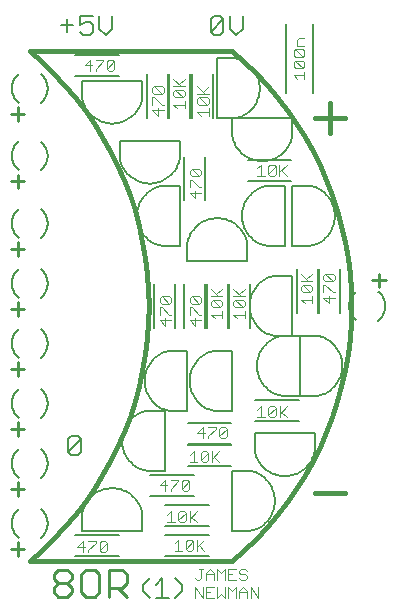
<source format=gto>
G75*
G70*
%OFA0B0*%
%FSLAX24Y24*%
%IPPOS*%
%LPD*%
%AMOC8*
5,1,8,0,0,1.08239X$1,22.5*
%
%ADD10C,0.0100*%
%ADD11C,0.0160*%
%ADD12C,0.0060*%
%ADD13C,0.0040*%
%ADD14C,0.0030*%
%ADD15C,0.0050*%
D10*
X001975Y002250D02*
X002425Y002250D01*
X002200Y002475D02*
X002200Y002025D01*
X003400Y001401D02*
X003400Y001251D01*
X003550Y001100D01*
X003850Y001100D01*
X004001Y000950D01*
X004001Y000800D01*
X003850Y000650D01*
X003550Y000650D01*
X003400Y000800D01*
X003400Y000950D01*
X003550Y001100D01*
X003400Y001401D02*
X003550Y001551D01*
X003850Y001551D01*
X004001Y001401D01*
X004001Y001251D01*
X003850Y001100D01*
X004321Y000800D02*
X004471Y000650D01*
X004771Y000650D01*
X004921Y000800D01*
X004921Y001401D01*
X004771Y001551D01*
X004471Y001551D01*
X004321Y001401D01*
X004321Y000800D01*
X005242Y000650D02*
X005242Y001551D01*
X005692Y001551D01*
X005842Y001401D01*
X005842Y001100D01*
X005692Y000950D01*
X005242Y000950D01*
X005542Y000950D02*
X005842Y000650D01*
X002425Y004250D02*
X001975Y004250D01*
X002200Y004475D02*
X002200Y004025D01*
X002200Y006025D02*
X002200Y006475D01*
X002425Y006250D02*
X001975Y006250D01*
X002200Y008025D02*
X002200Y008475D01*
X002425Y008250D02*
X001975Y008250D01*
X002200Y010025D02*
X002200Y010475D01*
X002425Y010250D02*
X001975Y010250D01*
X002200Y012025D02*
X002200Y012475D01*
X002425Y012250D02*
X001975Y012250D01*
X002200Y014275D02*
X002200Y014725D01*
X002425Y014500D02*
X001975Y014500D01*
X002200Y016525D02*
X002200Y016975D01*
X002425Y016750D02*
X001975Y016750D01*
X014025Y011200D02*
X014475Y011200D01*
X014250Y010975D02*
X014250Y011425D01*
D11*
X012600Y016100D02*
X012600Y017100D01*
X012100Y016600D02*
X013100Y016600D01*
X009350Y018850D02*
X002600Y018850D01*
X009350Y018850D02*
X009754Y018494D01*
X010140Y018120D01*
X010507Y017727D01*
X010855Y017316D01*
X011182Y016889D01*
X011489Y016447D01*
X011773Y015991D01*
X012035Y015521D01*
X012274Y015039D01*
X012490Y014547D01*
X012681Y014044D01*
X012848Y013532D01*
X012990Y013013D01*
X013106Y012488D01*
X013197Y011958D01*
X013262Y011424D01*
X013301Y010888D01*
X013314Y010350D01*
X013301Y009812D01*
X013262Y009276D01*
X013197Y008742D01*
X013106Y008212D01*
X012990Y007687D01*
X012848Y007168D01*
X012681Y006656D01*
X012490Y006153D01*
X012274Y005661D01*
X012035Y005179D01*
X011773Y004709D01*
X011489Y004253D01*
X011182Y003811D01*
X010855Y003384D01*
X010507Y002973D01*
X010140Y002580D01*
X009754Y002206D01*
X009350Y001850D01*
X002600Y001850D01*
X003004Y002206D01*
X003390Y002580D01*
X003757Y002973D01*
X004105Y003384D01*
X004432Y003811D01*
X004739Y004253D01*
X005023Y004709D01*
X005285Y005179D01*
X005524Y005661D01*
X005740Y006153D01*
X005931Y006656D01*
X006098Y007168D01*
X006240Y007687D01*
X006356Y008212D01*
X006447Y008742D01*
X006512Y009276D01*
X006551Y009812D01*
X006564Y010350D01*
X006551Y010888D01*
X006512Y011424D01*
X006447Y011958D01*
X006356Y012488D01*
X006240Y013013D01*
X006098Y013532D01*
X005931Y014044D01*
X005740Y014547D01*
X005524Y015039D01*
X005285Y015521D01*
X005023Y015991D01*
X004739Y016447D01*
X004432Y016889D01*
X004105Y017316D01*
X003757Y017727D01*
X003390Y018120D01*
X003004Y018494D01*
X002600Y018850D01*
X012100Y004100D02*
X013100Y004100D01*
D12*
X011575Y006500D02*
X010125Y006500D01*
X010125Y007200D02*
X011575Y007200D01*
X009950Y009625D02*
X009950Y011075D01*
X009250Y011075D02*
X009250Y009625D01*
X009200Y009625D02*
X009200Y011075D01*
X008500Y011075D02*
X008500Y009625D01*
X008450Y009625D02*
X008450Y011075D01*
X007750Y011075D02*
X007750Y009625D01*
X007450Y009625D02*
X007450Y011075D01*
X006750Y011075D02*
X006750Y009625D01*
X007875Y006450D02*
X009325Y006450D01*
X009325Y005750D02*
X007875Y005750D01*
X007875Y005700D02*
X009325Y005700D01*
X009325Y005000D02*
X007875Y005000D01*
X008075Y004700D02*
X006625Y004700D01*
X006625Y004000D02*
X008075Y004000D01*
X008575Y003700D02*
X007125Y003700D01*
X007125Y003000D02*
X008575Y003000D01*
X008575Y002700D02*
X007125Y002700D01*
X007125Y002000D02*
X008575Y002000D01*
X007668Y001057D02*
X007668Y000844D01*
X007454Y000630D01*
X007237Y000630D02*
X006810Y000630D01*
X006594Y000630D02*
X006380Y000844D01*
X006380Y001057D01*
X006594Y001271D01*
X006810Y001057D02*
X007023Y001271D01*
X007023Y000630D01*
X007454Y001271D02*
X007668Y001057D01*
X005575Y002000D02*
X004125Y002000D01*
X004125Y002700D02*
X005575Y002700D01*
X004200Y005380D02*
X003987Y005380D01*
X003880Y005487D01*
X004307Y005914D01*
X004307Y005487D01*
X004200Y005380D01*
X003880Y005487D02*
X003880Y005914D01*
X003987Y006021D01*
X004200Y006021D01*
X004307Y005914D01*
X003200Y005100D02*
X003198Y005055D01*
X003193Y005009D01*
X003185Y004965D01*
X003173Y004921D01*
X003157Y004878D01*
X003139Y004836D01*
X003117Y004796D01*
X003093Y004758D01*
X003066Y004722D01*
X003036Y004687D01*
X003003Y004656D01*
X002968Y004626D01*
X002000Y005100D02*
X002002Y005147D01*
X002008Y005195D01*
X002017Y005241D01*
X002030Y005287D01*
X002046Y005331D01*
X002067Y005375D01*
X002090Y005416D01*
X002116Y005455D01*
X002146Y005492D01*
X002179Y005527D01*
X002214Y005559D01*
X002251Y005588D01*
X002000Y005100D02*
X002002Y005054D01*
X002007Y005008D01*
X002016Y004962D01*
X002028Y004917D01*
X002044Y004874D01*
X002063Y004832D01*
X002086Y004791D01*
X002111Y004752D01*
X002139Y004716D01*
X002170Y004681D01*
X002204Y004649D01*
X002240Y004620D01*
X003200Y005100D02*
X003198Y005145D01*
X003193Y005191D01*
X003185Y005235D01*
X003173Y005279D01*
X003157Y005322D01*
X003139Y005364D01*
X003117Y005404D01*
X003093Y005442D01*
X003066Y005478D01*
X003036Y005513D01*
X003003Y005544D01*
X002968Y005574D01*
X002000Y007100D02*
X002002Y007147D01*
X002008Y007195D01*
X002017Y007241D01*
X002030Y007287D01*
X002046Y007331D01*
X002067Y007375D01*
X002090Y007416D01*
X002116Y007455D01*
X002146Y007492D01*
X002179Y007527D01*
X002214Y007559D01*
X002251Y007588D01*
X003200Y007100D02*
X003198Y007055D01*
X003193Y007009D01*
X003185Y006965D01*
X003173Y006921D01*
X003157Y006878D01*
X003139Y006836D01*
X003117Y006796D01*
X003093Y006758D01*
X003066Y006722D01*
X003036Y006687D01*
X003003Y006656D01*
X002968Y006626D01*
X003200Y007100D02*
X003198Y007145D01*
X003193Y007191D01*
X003185Y007235D01*
X003173Y007279D01*
X003157Y007322D01*
X003139Y007364D01*
X003117Y007404D01*
X003093Y007442D01*
X003066Y007478D01*
X003036Y007513D01*
X003003Y007544D01*
X002968Y007574D01*
X002000Y007100D02*
X002002Y007054D01*
X002007Y007008D01*
X002016Y006962D01*
X002028Y006917D01*
X002044Y006874D01*
X002063Y006832D01*
X002086Y006791D01*
X002111Y006752D01*
X002139Y006716D01*
X002170Y006681D01*
X002204Y006649D01*
X002240Y006620D01*
X002000Y009100D02*
X002002Y009147D01*
X002008Y009195D01*
X002017Y009241D01*
X002030Y009287D01*
X002046Y009331D01*
X002067Y009375D01*
X002090Y009416D01*
X002116Y009455D01*
X002146Y009492D01*
X002179Y009527D01*
X002214Y009559D01*
X002251Y009588D01*
X003200Y009100D02*
X003198Y009055D01*
X003193Y009009D01*
X003185Y008965D01*
X003173Y008921D01*
X003157Y008878D01*
X003139Y008836D01*
X003117Y008796D01*
X003093Y008758D01*
X003066Y008722D01*
X003036Y008687D01*
X003003Y008656D01*
X002968Y008626D01*
X003200Y009100D02*
X003198Y009145D01*
X003193Y009191D01*
X003185Y009235D01*
X003173Y009279D01*
X003157Y009322D01*
X003139Y009364D01*
X003117Y009404D01*
X003093Y009442D01*
X003066Y009478D01*
X003036Y009513D01*
X003003Y009544D01*
X002968Y009574D01*
X002000Y009100D02*
X002002Y009054D01*
X002007Y009008D01*
X002016Y008962D01*
X002028Y008917D01*
X002044Y008874D01*
X002063Y008832D01*
X002086Y008791D01*
X002111Y008752D01*
X002139Y008716D01*
X002170Y008681D01*
X002204Y008649D01*
X002240Y008620D01*
X002000Y011100D02*
X002002Y011147D01*
X002008Y011195D01*
X002017Y011241D01*
X002030Y011287D01*
X002046Y011331D01*
X002067Y011375D01*
X002090Y011416D01*
X002116Y011455D01*
X002146Y011492D01*
X002179Y011527D01*
X002214Y011559D01*
X002251Y011588D01*
X003200Y011100D02*
X003198Y011055D01*
X003193Y011009D01*
X003185Y010965D01*
X003173Y010921D01*
X003157Y010878D01*
X003139Y010836D01*
X003117Y010796D01*
X003093Y010758D01*
X003066Y010722D01*
X003036Y010687D01*
X003003Y010656D01*
X002968Y010626D01*
X003200Y011100D02*
X003198Y011145D01*
X003193Y011191D01*
X003185Y011235D01*
X003173Y011279D01*
X003157Y011322D01*
X003139Y011364D01*
X003117Y011404D01*
X003093Y011442D01*
X003066Y011478D01*
X003036Y011513D01*
X003003Y011544D01*
X002968Y011574D01*
X002000Y011100D02*
X002002Y011054D01*
X002007Y011008D01*
X002016Y010962D01*
X002028Y010917D01*
X002044Y010874D01*
X002063Y010832D01*
X002086Y010791D01*
X002111Y010752D01*
X002139Y010716D01*
X002170Y010681D01*
X002204Y010649D01*
X002240Y010620D01*
X002000Y013100D02*
X002002Y013147D01*
X002008Y013195D01*
X002017Y013241D01*
X002030Y013287D01*
X002046Y013331D01*
X002067Y013375D01*
X002090Y013416D01*
X002116Y013455D01*
X002146Y013492D01*
X002179Y013527D01*
X002214Y013559D01*
X002251Y013588D01*
X003200Y013100D02*
X003198Y013055D01*
X003193Y013009D01*
X003185Y012965D01*
X003173Y012921D01*
X003157Y012878D01*
X003139Y012836D01*
X003117Y012796D01*
X003093Y012758D01*
X003066Y012722D01*
X003036Y012687D01*
X003003Y012656D01*
X002968Y012626D01*
X003200Y013100D02*
X003198Y013145D01*
X003193Y013191D01*
X003185Y013235D01*
X003173Y013279D01*
X003157Y013322D01*
X003139Y013364D01*
X003117Y013404D01*
X003093Y013442D01*
X003066Y013478D01*
X003036Y013513D01*
X003003Y013544D01*
X002968Y013574D01*
X002000Y013100D02*
X002002Y013054D01*
X002007Y013008D01*
X002016Y012962D01*
X002028Y012917D01*
X002044Y012874D01*
X002063Y012832D01*
X002086Y012791D01*
X002111Y012752D01*
X002139Y012716D01*
X002170Y012681D01*
X002204Y012649D01*
X002240Y012620D01*
X002000Y015350D02*
X002002Y015397D01*
X002008Y015445D01*
X002017Y015491D01*
X002030Y015537D01*
X002046Y015581D01*
X002067Y015625D01*
X002090Y015666D01*
X002116Y015705D01*
X002146Y015742D01*
X002179Y015777D01*
X002214Y015809D01*
X002251Y015838D01*
X003200Y015350D02*
X003198Y015305D01*
X003193Y015259D01*
X003185Y015215D01*
X003173Y015171D01*
X003157Y015128D01*
X003139Y015086D01*
X003117Y015046D01*
X003093Y015008D01*
X003066Y014972D01*
X003036Y014937D01*
X003003Y014906D01*
X002968Y014876D01*
X003200Y015350D02*
X003198Y015395D01*
X003193Y015441D01*
X003185Y015485D01*
X003173Y015529D01*
X003157Y015572D01*
X003139Y015614D01*
X003117Y015654D01*
X003093Y015692D01*
X003066Y015728D01*
X003036Y015763D01*
X003003Y015794D01*
X002968Y015824D01*
X002000Y015350D02*
X002002Y015304D01*
X002007Y015258D01*
X002016Y015212D01*
X002028Y015167D01*
X002044Y015124D01*
X002063Y015082D01*
X002086Y015041D01*
X002111Y015002D01*
X002139Y014966D01*
X002170Y014931D01*
X002204Y014899D01*
X002240Y014870D01*
X002000Y017600D02*
X002002Y017647D01*
X002008Y017695D01*
X002017Y017741D01*
X002030Y017787D01*
X002046Y017831D01*
X002067Y017875D01*
X002090Y017916D01*
X002116Y017955D01*
X002146Y017992D01*
X002179Y018027D01*
X002214Y018059D01*
X002251Y018088D01*
X003200Y017600D02*
X003198Y017555D01*
X003193Y017509D01*
X003185Y017465D01*
X003173Y017421D01*
X003157Y017378D01*
X003139Y017336D01*
X003117Y017296D01*
X003093Y017258D01*
X003066Y017222D01*
X003036Y017187D01*
X003003Y017156D01*
X002968Y017126D01*
X003200Y017600D02*
X003198Y017645D01*
X003193Y017691D01*
X003185Y017735D01*
X003173Y017779D01*
X003157Y017822D01*
X003139Y017864D01*
X003117Y017904D01*
X003093Y017942D01*
X003066Y017978D01*
X003036Y018013D01*
X003003Y018044D01*
X002968Y018074D01*
X002000Y017600D02*
X002002Y017554D01*
X002007Y017508D01*
X002016Y017462D01*
X002028Y017417D01*
X002044Y017374D01*
X002063Y017332D01*
X002086Y017291D01*
X002111Y017252D01*
X002139Y017216D01*
X002170Y017181D01*
X002204Y017149D01*
X002240Y017120D01*
X003844Y019487D02*
X003844Y019914D01*
X004057Y019700D02*
X003630Y019700D01*
X004275Y019700D02*
X004488Y019807D01*
X004595Y019807D01*
X004702Y019700D01*
X004702Y019487D01*
X004595Y019380D01*
X004381Y019380D01*
X004275Y019487D01*
X004275Y019700D02*
X004275Y020021D01*
X004702Y020021D01*
X004919Y020021D02*
X004919Y019594D01*
X005133Y019380D01*
X005346Y019594D01*
X005346Y020021D01*
X005575Y018700D02*
X004125Y018700D01*
X004125Y018000D02*
X005575Y018000D01*
X006500Y018075D02*
X006500Y016625D01*
X007200Y016625D02*
X007200Y018075D01*
X007250Y018075D02*
X007250Y016625D01*
X007950Y016625D02*
X007950Y018075D01*
X008000Y018075D02*
X008000Y016625D01*
X008700Y016625D02*
X008700Y018075D01*
X008737Y019380D02*
X008630Y019487D01*
X009057Y019914D01*
X009057Y019487D01*
X008950Y019380D01*
X008737Y019380D01*
X008630Y019487D02*
X008630Y019914D01*
X008737Y020021D01*
X008950Y020021D01*
X009057Y019914D01*
X009275Y020021D02*
X009275Y019594D01*
X009488Y019380D01*
X009702Y019594D01*
X009702Y020021D01*
X011150Y019750D02*
X011150Y017450D01*
X012050Y017450D02*
X012050Y019750D01*
X011325Y015200D02*
X009875Y015200D01*
X009875Y014500D02*
X011325Y014500D01*
X011500Y011575D02*
X011500Y010125D01*
X012200Y010125D02*
X012200Y011575D01*
X012250Y011575D02*
X012250Y010125D01*
X012950Y010125D02*
X012950Y011575D01*
X014450Y010350D02*
X014448Y010303D01*
X014442Y010255D01*
X014433Y010209D01*
X014420Y010163D01*
X014404Y010119D01*
X014383Y010075D01*
X014360Y010034D01*
X014334Y009995D01*
X014304Y009958D01*
X014271Y009923D01*
X014236Y009891D01*
X014199Y009862D01*
X013250Y010350D02*
X013252Y010395D01*
X013257Y010441D01*
X013265Y010485D01*
X013277Y010529D01*
X013293Y010572D01*
X013311Y010614D01*
X013333Y010654D01*
X013357Y010692D01*
X013384Y010728D01*
X013414Y010763D01*
X013447Y010794D01*
X013482Y010824D01*
X013250Y010350D02*
X013252Y010305D01*
X013257Y010259D01*
X013265Y010215D01*
X013277Y010171D01*
X013293Y010128D01*
X013311Y010086D01*
X013333Y010046D01*
X013357Y010008D01*
X013384Y009972D01*
X013414Y009937D01*
X013447Y009906D01*
X013482Y009876D01*
X014450Y010350D02*
X014448Y010396D01*
X014443Y010442D01*
X014434Y010488D01*
X014422Y010533D01*
X014406Y010576D01*
X014387Y010618D01*
X014364Y010659D01*
X014339Y010698D01*
X014311Y010734D01*
X014280Y010769D01*
X014246Y010801D01*
X014210Y010830D01*
X008450Y013875D02*
X008450Y015325D01*
X007750Y015325D02*
X007750Y013875D01*
X003200Y003100D02*
X003198Y003055D01*
X003193Y003009D01*
X003185Y002965D01*
X003173Y002921D01*
X003157Y002878D01*
X003139Y002836D01*
X003117Y002796D01*
X003093Y002758D01*
X003066Y002722D01*
X003036Y002687D01*
X003003Y002656D01*
X002968Y002626D01*
X002000Y003100D02*
X002002Y003147D01*
X002008Y003195D01*
X002017Y003241D01*
X002030Y003287D01*
X002046Y003331D01*
X002067Y003375D01*
X002090Y003416D01*
X002116Y003455D01*
X002146Y003492D01*
X002179Y003527D01*
X002214Y003559D01*
X002251Y003588D01*
X002000Y003100D02*
X002002Y003054D01*
X002007Y003008D01*
X002016Y002962D01*
X002028Y002917D01*
X002044Y002874D01*
X002063Y002832D01*
X002086Y002791D01*
X002111Y002752D01*
X002139Y002716D01*
X002170Y002681D01*
X002204Y002649D01*
X002240Y002620D01*
X003200Y003100D02*
X003198Y003145D01*
X003193Y003191D01*
X003185Y003235D01*
X003173Y003279D01*
X003157Y003322D01*
X003139Y003364D01*
X003117Y003404D01*
X003093Y003442D01*
X003066Y003478D01*
X003036Y003513D01*
X003003Y003544D01*
X002968Y003574D01*
D13*
X008120Y001280D02*
X008180Y001220D01*
X008240Y001220D01*
X008300Y001280D01*
X008300Y001580D01*
X008240Y001580D02*
X008360Y001580D01*
X008488Y001460D02*
X008608Y001580D01*
X008729Y001460D01*
X008729Y001220D01*
X008857Y001220D02*
X008857Y001580D01*
X008977Y001460D01*
X009097Y001580D01*
X009097Y001220D01*
X009225Y001220D02*
X009465Y001220D01*
X009593Y001280D02*
X009653Y001220D01*
X009773Y001220D01*
X009833Y001280D01*
X009833Y001340D01*
X009773Y001400D01*
X009653Y001400D01*
X009593Y001460D01*
X009593Y001520D01*
X009653Y001580D01*
X009773Y001580D01*
X009833Y001520D01*
X009465Y001580D02*
X009225Y001580D01*
X009225Y001220D01*
X009225Y001400D02*
X009345Y001400D01*
X009225Y000980D02*
X009345Y000860D01*
X009465Y000980D01*
X009465Y000620D01*
X009593Y000620D02*
X009593Y000860D01*
X009713Y000980D01*
X009833Y000860D01*
X009833Y000620D01*
X009962Y000620D02*
X009962Y000980D01*
X010202Y000620D01*
X010202Y000980D01*
X009833Y000800D02*
X009593Y000800D01*
X009225Y000620D02*
X009225Y000980D01*
X009097Y000980D02*
X009097Y000620D01*
X008977Y000740D01*
X008857Y000620D01*
X008857Y000980D01*
X008729Y000980D02*
X008488Y000980D01*
X008488Y000620D01*
X008729Y000620D01*
X008608Y000800D02*
X008488Y000800D01*
X008360Y000620D02*
X008360Y000980D01*
X008488Y001220D02*
X008488Y001460D01*
X008488Y001400D02*
X008729Y001400D01*
X008120Y000980D02*
X008120Y000620D01*
X008360Y000620D02*
X008120Y000980D01*
X011515Y017920D02*
X011395Y018040D01*
X011755Y018040D01*
X011755Y017920D02*
X011755Y018160D01*
X011695Y018288D02*
X011455Y018529D01*
X011695Y018529D01*
X011755Y018468D01*
X011755Y018348D01*
X011695Y018288D01*
X011455Y018288D01*
X011395Y018348D01*
X011395Y018468D01*
X011455Y018529D01*
X011455Y018657D02*
X011395Y018717D01*
X011395Y018837D01*
X011455Y018897D01*
X011695Y018657D01*
X011755Y018717D01*
X011755Y018837D01*
X011695Y018897D01*
X011455Y018897D01*
X011515Y019025D02*
X011515Y019205D01*
X011575Y019265D01*
X011755Y019265D01*
X011755Y019025D02*
X011515Y019025D01*
X011455Y018657D02*
X011695Y018657D01*
D14*
X011169Y015060D02*
X010922Y014813D01*
X010983Y014875D02*
X011169Y014690D01*
X010922Y014690D02*
X010922Y015060D01*
X010800Y014999D02*
X010553Y014752D01*
X010615Y014690D01*
X010739Y014690D01*
X010800Y014752D01*
X010800Y014999D01*
X010739Y015060D01*
X010615Y015060D01*
X010553Y014999D01*
X010553Y014752D01*
X010432Y014690D02*
X010185Y014690D01*
X010308Y014690D02*
X010308Y015060D01*
X010185Y014937D01*
X008560Y016690D02*
X008560Y016937D01*
X008560Y016813D02*
X008190Y016813D01*
X008313Y016690D01*
X008251Y017058D02*
X008190Y017120D01*
X008190Y017243D01*
X008251Y017305D01*
X008498Y017058D01*
X008560Y017120D01*
X008560Y017243D01*
X008498Y017305D01*
X008251Y017305D01*
X008190Y017427D02*
X008560Y017427D01*
X008437Y017427D02*
X008190Y017674D01*
X008375Y017488D02*
X008560Y017674D01*
X008498Y017058D02*
X008251Y017058D01*
X007760Y017058D02*
X007390Y017058D01*
X007513Y016935D01*
X007760Y016935D02*
X007760Y017182D01*
X007698Y017303D02*
X007760Y017365D01*
X007760Y017489D01*
X007698Y017550D01*
X007451Y017550D01*
X007698Y017303D01*
X007451Y017303D01*
X007390Y017365D01*
X007390Y017489D01*
X007451Y017550D01*
X007390Y017672D02*
X007760Y017672D01*
X007637Y017672D02*
X007390Y017919D01*
X007575Y017733D02*
X007760Y017919D01*
X007060Y017612D02*
X007060Y017488D01*
X006998Y017427D01*
X006751Y017674D01*
X006998Y017674D01*
X007060Y017612D01*
X006998Y017427D02*
X006751Y017427D01*
X006690Y017488D01*
X006690Y017612D01*
X006751Y017674D01*
X006751Y017305D02*
X006998Y017058D01*
X007060Y017058D01*
X007060Y016875D02*
X006690Y016875D01*
X006875Y016690D01*
X006875Y016937D01*
X006690Y017058D02*
X006690Y017305D01*
X006751Y017305D01*
X005419Y018252D02*
X005357Y018190D01*
X005233Y018190D01*
X005172Y018252D01*
X005419Y018499D01*
X005419Y018252D01*
X005419Y018499D02*
X005357Y018560D01*
X005233Y018560D01*
X005172Y018499D01*
X005172Y018252D01*
X005050Y018499D02*
X004803Y018252D01*
X004803Y018190D01*
X004620Y018190D02*
X004620Y018560D01*
X004435Y018375D01*
X004682Y018375D01*
X004803Y018560D02*
X005050Y018560D01*
X005050Y018499D01*
X008001Y014924D02*
X007940Y014862D01*
X007940Y014738D01*
X008001Y014677D01*
X008248Y014677D01*
X008001Y014924D01*
X008248Y014924D01*
X008310Y014862D01*
X008310Y014738D01*
X008248Y014677D01*
X008001Y014555D02*
X008248Y014308D01*
X008310Y014308D01*
X008310Y014125D02*
X007940Y014125D01*
X008125Y013940D01*
X008125Y014187D01*
X007940Y014308D02*
X007940Y014555D01*
X008001Y014555D01*
X008640Y010919D02*
X008887Y010672D01*
X008825Y010733D02*
X009010Y010919D01*
X009010Y010672D02*
X008640Y010672D01*
X008701Y010550D02*
X008640Y010489D01*
X008640Y010365D01*
X008701Y010303D01*
X008948Y010303D01*
X008701Y010550D01*
X008948Y010550D01*
X009010Y010489D01*
X009010Y010365D01*
X008948Y010303D01*
X009010Y010182D02*
X009010Y009935D01*
X009010Y010058D02*
X008640Y010058D01*
X008763Y009935D01*
X008310Y009875D02*
X007940Y009875D01*
X008125Y009690D01*
X008125Y009937D01*
X008248Y010058D02*
X008001Y010305D01*
X007940Y010305D01*
X007940Y010058D01*
X008248Y010058D02*
X008310Y010058D01*
X008248Y010427D02*
X008001Y010427D01*
X007940Y010488D01*
X007940Y010612D01*
X008001Y010674D01*
X008248Y010427D01*
X008310Y010488D01*
X008310Y010612D01*
X008248Y010674D01*
X008001Y010674D01*
X007310Y010612D02*
X007310Y010488D01*
X007248Y010427D01*
X007001Y010674D01*
X007248Y010674D01*
X007310Y010612D01*
X007248Y010427D02*
X007001Y010427D01*
X006940Y010488D01*
X006940Y010612D01*
X007001Y010674D01*
X007001Y010305D02*
X006940Y010305D01*
X006940Y010058D01*
X006940Y009875D02*
X007125Y009690D01*
X007125Y009937D01*
X007248Y010058D02*
X007001Y010305D01*
X007248Y010058D02*
X007310Y010058D01*
X007310Y009875D02*
X006940Y009875D01*
X009390Y010058D02*
X009760Y010058D01*
X009760Y009935D02*
X009760Y010182D01*
X009698Y010303D02*
X009760Y010365D01*
X009760Y010489D01*
X009698Y010550D01*
X009451Y010550D01*
X009698Y010303D01*
X009451Y010303D01*
X009390Y010365D01*
X009390Y010489D01*
X009451Y010550D01*
X009390Y010672D02*
X009760Y010672D01*
X009637Y010672D02*
X009390Y010919D01*
X009575Y010733D02*
X009760Y010919D01*
X009390Y010058D02*
X009513Y009935D01*
X011640Y010558D02*
X012010Y010558D01*
X012010Y010435D02*
X012010Y010682D01*
X011948Y010803D02*
X011701Y011050D01*
X011948Y011050D01*
X012010Y010989D01*
X012010Y010865D01*
X011948Y010803D01*
X011701Y010803D01*
X011640Y010865D01*
X011640Y010989D01*
X011701Y011050D01*
X011640Y011172D02*
X012010Y011172D01*
X011887Y011172D02*
X011640Y011419D01*
X011825Y011233D02*
X012010Y011419D01*
X012390Y011357D02*
X012451Y011419D01*
X012698Y011172D01*
X012760Y011233D01*
X012760Y011357D01*
X012698Y011419D01*
X012451Y011419D01*
X012390Y011357D02*
X012390Y011233D01*
X012451Y011172D01*
X012698Y011172D01*
X012451Y011050D02*
X012698Y010803D01*
X012760Y010803D01*
X012760Y010620D02*
X012390Y010620D01*
X012575Y010435D01*
X012575Y010682D01*
X012390Y010803D02*
X012390Y011050D01*
X012451Y011050D01*
X011763Y010435D02*
X011640Y010558D01*
X011174Y007010D02*
X010927Y006763D01*
X010988Y006825D02*
X011174Y006640D01*
X010927Y006640D02*
X010927Y007010D01*
X010805Y006949D02*
X010558Y006702D01*
X010620Y006640D01*
X010743Y006640D01*
X010805Y006702D01*
X010805Y006949D01*
X010743Y007010D01*
X010620Y007010D01*
X010558Y006949D01*
X010558Y006702D01*
X010437Y006640D02*
X010190Y006640D01*
X010313Y006640D02*
X010313Y007010D01*
X010190Y006887D01*
X009169Y006249D02*
X009169Y006002D01*
X009107Y005940D01*
X008983Y005940D01*
X008922Y006002D01*
X009169Y006249D01*
X009107Y006310D01*
X008983Y006310D01*
X008922Y006249D01*
X008922Y006002D01*
X008800Y006249D02*
X008553Y006002D01*
X008553Y005940D01*
X008370Y005940D02*
X008370Y006310D01*
X008185Y006125D01*
X008432Y006125D01*
X008553Y006310D02*
X008800Y006310D01*
X008800Y006249D01*
X008677Y005510D02*
X008677Y005140D01*
X008677Y005263D02*
X008924Y005510D01*
X008738Y005325D02*
X008924Y005140D01*
X008555Y005202D02*
X008555Y005449D01*
X008308Y005202D01*
X008370Y005140D01*
X008493Y005140D01*
X008555Y005202D01*
X008555Y005449D02*
X008493Y005510D01*
X008370Y005510D01*
X008308Y005449D01*
X008308Y005202D01*
X008187Y005140D02*
X007940Y005140D01*
X008063Y005140D02*
X008063Y005510D01*
X007940Y005387D01*
X007857Y004560D02*
X007733Y004560D01*
X007672Y004499D01*
X007672Y004252D01*
X007919Y004499D01*
X007919Y004252D01*
X007857Y004190D01*
X007733Y004190D01*
X007672Y004252D01*
X007550Y004499D02*
X007303Y004252D01*
X007303Y004190D01*
X007182Y004375D02*
X006935Y004375D01*
X007120Y004560D01*
X007120Y004190D01*
X007303Y004560D02*
X007550Y004560D01*
X007550Y004499D01*
X007857Y004560D02*
X007919Y004499D01*
X007927Y003510D02*
X007927Y003140D01*
X007927Y003263D02*
X008174Y003510D01*
X007988Y003325D02*
X008174Y003140D01*
X007805Y003202D02*
X007743Y003140D01*
X007620Y003140D01*
X007558Y003202D01*
X007805Y003449D01*
X007805Y003202D01*
X007805Y003449D02*
X007743Y003510D01*
X007620Y003510D01*
X007558Y003449D01*
X007558Y003202D01*
X007437Y003140D02*
X007190Y003140D01*
X007313Y003140D02*
X007313Y003510D01*
X007190Y003387D01*
X007558Y002560D02*
X007558Y002190D01*
X007435Y002190D02*
X007682Y002190D01*
X007803Y002252D02*
X008050Y002499D01*
X008050Y002252D01*
X007989Y002190D01*
X007865Y002190D01*
X007803Y002252D01*
X007803Y002499D01*
X007865Y002560D01*
X007989Y002560D01*
X008050Y002499D01*
X008172Y002560D02*
X008172Y002190D01*
X008172Y002313D02*
X008419Y002560D01*
X008233Y002375D02*
X008419Y002190D01*
X007558Y002560D02*
X007435Y002437D01*
X005174Y002449D02*
X005174Y002202D01*
X005112Y002140D01*
X004988Y002140D01*
X004927Y002202D01*
X005174Y002449D01*
X005112Y002510D01*
X004988Y002510D01*
X004927Y002449D01*
X004927Y002202D01*
X004805Y002449D02*
X004558Y002202D01*
X004558Y002140D01*
X004437Y002325D02*
X004190Y002325D01*
X004375Y002510D01*
X004375Y002140D01*
X004558Y002510D02*
X004805Y002510D01*
X004805Y002449D01*
D15*
X004350Y002850D02*
X004350Y003450D01*
X004350Y002850D02*
X006350Y002850D01*
X006350Y003450D01*
X006336Y003511D01*
X006318Y003570D01*
X006297Y003629D01*
X006272Y003686D01*
X006244Y003741D01*
X006212Y003795D01*
X006177Y003847D01*
X006139Y003896D01*
X006099Y003943D01*
X006055Y003987D01*
X006009Y004029D01*
X005960Y004068D01*
X005909Y004103D01*
X005856Y004136D01*
X005801Y004165D01*
X005744Y004191D01*
X005686Y004213D01*
X005627Y004232D01*
X005566Y004247D01*
X005505Y004258D01*
X005443Y004266D01*
X005381Y004270D01*
X005319Y004270D01*
X005257Y004266D01*
X005195Y004258D01*
X005134Y004247D01*
X005073Y004232D01*
X005014Y004213D01*
X004956Y004191D01*
X004899Y004165D01*
X004844Y004136D01*
X004791Y004103D01*
X004740Y004068D01*
X004691Y004029D01*
X004645Y003987D01*
X004601Y003943D01*
X004561Y003896D01*
X004523Y003847D01*
X004488Y003795D01*
X004456Y003741D01*
X004428Y003686D01*
X004403Y003629D01*
X004382Y003570D01*
X004364Y003511D01*
X004350Y003450D01*
X006500Y004850D02*
X007100Y004850D01*
X007100Y006850D01*
X006500Y006850D01*
X007250Y006850D02*
X007850Y006850D01*
X007850Y008850D01*
X007250Y008850D01*
X007189Y008836D01*
X007130Y008818D01*
X007071Y008797D01*
X007014Y008772D01*
X006959Y008744D01*
X006905Y008712D01*
X006853Y008677D01*
X006804Y008639D01*
X006757Y008599D01*
X006713Y008555D01*
X006671Y008509D01*
X006632Y008460D01*
X006597Y008409D01*
X006564Y008356D01*
X006535Y008301D01*
X006509Y008244D01*
X006487Y008186D01*
X006468Y008127D01*
X006453Y008066D01*
X006442Y008005D01*
X006434Y007943D01*
X006430Y007881D01*
X006430Y007819D01*
X006434Y007757D01*
X006442Y007695D01*
X006453Y007634D01*
X006468Y007573D01*
X006487Y007514D01*
X006509Y007456D01*
X006535Y007399D01*
X006564Y007344D01*
X006597Y007291D01*
X006632Y007240D01*
X006671Y007191D01*
X006713Y007145D01*
X006757Y007101D01*
X006804Y007061D01*
X006853Y007023D01*
X006905Y006988D01*
X006959Y006956D01*
X007014Y006928D01*
X007071Y006903D01*
X007130Y006882D01*
X007189Y006864D01*
X007250Y006850D01*
X006500Y006850D02*
X006439Y006836D01*
X006380Y006818D01*
X006321Y006797D01*
X006264Y006772D01*
X006209Y006744D01*
X006155Y006712D01*
X006103Y006677D01*
X006054Y006639D01*
X006007Y006599D01*
X005963Y006555D01*
X005921Y006509D01*
X005882Y006460D01*
X005847Y006409D01*
X005814Y006356D01*
X005785Y006301D01*
X005759Y006244D01*
X005737Y006186D01*
X005718Y006127D01*
X005703Y006066D01*
X005692Y006005D01*
X005684Y005943D01*
X005680Y005881D01*
X005680Y005819D01*
X005684Y005757D01*
X005692Y005695D01*
X005703Y005634D01*
X005718Y005573D01*
X005737Y005514D01*
X005759Y005456D01*
X005785Y005399D01*
X005814Y005344D01*
X005847Y005291D01*
X005882Y005240D01*
X005921Y005191D01*
X005963Y005145D01*
X006007Y005101D01*
X006054Y005061D01*
X006103Y005023D01*
X006155Y004988D01*
X006209Y004956D01*
X006264Y004928D01*
X006321Y004903D01*
X006380Y004882D01*
X006439Y004864D01*
X006500Y004850D01*
X008750Y006850D02*
X009350Y006850D01*
X009350Y008850D01*
X008750Y008850D01*
X008689Y008836D01*
X008630Y008818D01*
X008571Y008797D01*
X008514Y008772D01*
X008459Y008744D01*
X008405Y008712D01*
X008353Y008677D01*
X008304Y008639D01*
X008257Y008599D01*
X008213Y008555D01*
X008171Y008509D01*
X008132Y008460D01*
X008097Y008409D01*
X008064Y008356D01*
X008035Y008301D01*
X008009Y008244D01*
X007987Y008186D01*
X007968Y008127D01*
X007953Y008066D01*
X007942Y008005D01*
X007934Y007943D01*
X007930Y007881D01*
X007930Y007819D01*
X007934Y007757D01*
X007942Y007695D01*
X007953Y007634D01*
X007968Y007573D01*
X007987Y007514D01*
X008009Y007456D01*
X008035Y007399D01*
X008064Y007344D01*
X008097Y007291D01*
X008132Y007240D01*
X008171Y007191D01*
X008213Y007145D01*
X008257Y007101D01*
X008304Y007061D01*
X008353Y007023D01*
X008405Y006988D01*
X008459Y006956D01*
X008514Y006928D01*
X008571Y006903D01*
X008630Y006882D01*
X008689Y006864D01*
X008750Y006850D01*
X010100Y006100D02*
X010100Y005500D01*
X010100Y006100D02*
X012100Y006100D01*
X012100Y005500D01*
X012086Y005439D01*
X012068Y005380D01*
X012047Y005321D01*
X012022Y005264D01*
X011994Y005209D01*
X011962Y005155D01*
X011927Y005103D01*
X011889Y005054D01*
X011849Y005007D01*
X011805Y004963D01*
X011759Y004921D01*
X011710Y004882D01*
X011659Y004847D01*
X011606Y004814D01*
X011551Y004785D01*
X011494Y004759D01*
X011436Y004737D01*
X011377Y004718D01*
X011316Y004703D01*
X011255Y004692D01*
X011193Y004684D01*
X011131Y004680D01*
X011069Y004680D01*
X011007Y004684D01*
X010945Y004692D01*
X010884Y004703D01*
X010823Y004718D01*
X010764Y004737D01*
X010706Y004759D01*
X010649Y004785D01*
X010594Y004814D01*
X010541Y004847D01*
X010490Y004882D01*
X010441Y004921D01*
X010395Y004963D01*
X010351Y005007D01*
X010311Y005054D01*
X010273Y005103D01*
X010238Y005155D01*
X010206Y005209D01*
X010178Y005264D01*
X010153Y005321D01*
X010132Y005380D01*
X010114Y005439D01*
X010100Y005500D01*
X009950Y004850D02*
X009350Y004850D01*
X009350Y002850D01*
X009950Y002850D01*
X010011Y002864D01*
X010070Y002882D01*
X010129Y002903D01*
X010186Y002928D01*
X010241Y002956D01*
X010295Y002988D01*
X010347Y003023D01*
X010396Y003061D01*
X010443Y003101D01*
X010487Y003145D01*
X010529Y003191D01*
X010568Y003240D01*
X010603Y003291D01*
X010636Y003344D01*
X010665Y003399D01*
X010691Y003456D01*
X010713Y003514D01*
X010732Y003573D01*
X010747Y003634D01*
X010758Y003695D01*
X010766Y003757D01*
X010770Y003819D01*
X010770Y003881D01*
X010766Y003943D01*
X010758Y004005D01*
X010747Y004066D01*
X010732Y004127D01*
X010713Y004186D01*
X010691Y004244D01*
X010665Y004301D01*
X010636Y004356D01*
X010603Y004409D01*
X010568Y004460D01*
X010529Y004509D01*
X010487Y004555D01*
X010443Y004599D01*
X010396Y004639D01*
X010347Y004677D01*
X010295Y004712D01*
X010241Y004744D01*
X010186Y004772D01*
X010129Y004797D01*
X010070Y004818D01*
X010011Y004836D01*
X009950Y004850D01*
X011000Y007350D02*
X011600Y007350D01*
X012200Y007350D01*
X011600Y007350D02*
X011600Y009350D01*
X012200Y009350D01*
X011600Y009350D02*
X011000Y009350D01*
X010750Y009350D02*
X011350Y009350D01*
X011350Y011350D01*
X010750Y011350D01*
X010689Y011336D01*
X010630Y011318D01*
X010571Y011297D01*
X010514Y011272D01*
X010459Y011244D01*
X010405Y011212D01*
X010353Y011177D01*
X010304Y011139D01*
X010257Y011099D01*
X010213Y011055D01*
X010171Y011009D01*
X010132Y010960D01*
X010097Y010909D01*
X010064Y010856D01*
X010035Y010801D01*
X010009Y010744D01*
X009987Y010686D01*
X009968Y010627D01*
X009953Y010566D01*
X009942Y010505D01*
X009934Y010443D01*
X009930Y010381D01*
X009930Y010319D01*
X009934Y010257D01*
X009942Y010195D01*
X009953Y010134D01*
X009968Y010073D01*
X009987Y010014D01*
X010009Y009956D01*
X010035Y009899D01*
X010064Y009844D01*
X010097Y009791D01*
X010132Y009740D01*
X010171Y009691D01*
X010213Y009645D01*
X010257Y009601D01*
X010304Y009561D01*
X010353Y009523D01*
X010405Y009488D01*
X010459Y009456D01*
X010514Y009428D01*
X010571Y009403D01*
X010630Y009382D01*
X010689Y009364D01*
X010750Y009350D01*
X011000Y009350D02*
X010939Y009336D01*
X010880Y009318D01*
X010821Y009297D01*
X010764Y009272D01*
X010709Y009244D01*
X010655Y009212D01*
X010603Y009177D01*
X010554Y009139D01*
X010507Y009099D01*
X010463Y009055D01*
X010421Y009009D01*
X010382Y008960D01*
X010347Y008909D01*
X010314Y008856D01*
X010285Y008801D01*
X010259Y008744D01*
X010237Y008686D01*
X010218Y008627D01*
X010203Y008566D01*
X010192Y008505D01*
X010184Y008443D01*
X010180Y008381D01*
X010180Y008319D01*
X010184Y008257D01*
X010192Y008195D01*
X010203Y008134D01*
X010218Y008073D01*
X010237Y008014D01*
X010259Y007956D01*
X010285Y007899D01*
X010314Y007844D01*
X010347Y007791D01*
X010382Y007740D01*
X010421Y007691D01*
X010463Y007645D01*
X010507Y007601D01*
X010554Y007561D01*
X010603Y007523D01*
X010655Y007488D01*
X010709Y007456D01*
X010764Y007428D01*
X010821Y007403D01*
X010880Y007382D01*
X010939Y007364D01*
X011000Y007350D01*
X011600Y007350D02*
X011600Y009350D01*
X012200Y009350D02*
X012261Y009336D01*
X012320Y009318D01*
X012379Y009297D01*
X012436Y009272D01*
X012491Y009244D01*
X012545Y009212D01*
X012597Y009177D01*
X012646Y009139D01*
X012693Y009099D01*
X012737Y009055D01*
X012779Y009009D01*
X012818Y008960D01*
X012853Y008909D01*
X012886Y008856D01*
X012915Y008801D01*
X012941Y008744D01*
X012963Y008686D01*
X012982Y008627D01*
X012997Y008566D01*
X013008Y008505D01*
X013016Y008443D01*
X013020Y008381D01*
X013020Y008319D01*
X013016Y008257D01*
X013008Y008195D01*
X012997Y008134D01*
X012982Y008073D01*
X012963Y008014D01*
X012941Y007956D01*
X012915Y007899D01*
X012886Y007844D01*
X012853Y007791D01*
X012818Y007740D01*
X012779Y007691D01*
X012737Y007645D01*
X012693Y007601D01*
X012646Y007561D01*
X012597Y007523D01*
X012545Y007488D01*
X012491Y007456D01*
X012436Y007428D01*
X012379Y007403D01*
X012320Y007382D01*
X012261Y007364D01*
X012200Y007350D01*
X009850Y011850D02*
X009850Y012450D01*
X009850Y011850D02*
X007850Y011850D01*
X007850Y012450D01*
X007600Y012350D02*
X007000Y012350D01*
X007600Y012350D02*
X007600Y014350D01*
X007000Y014350D01*
X007600Y015250D02*
X007600Y015850D01*
X005600Y015850D01*
X005600Y015250D01*
X005614Y015189D01*
X005632Y015130D01*
X005653Y015071D01*
X005678Y015014D01*
X005706Y014959D01*
X005738Y014905D01*
X005773Y014853D01*
X005811Y014804D01*
X005851Y014757D01*
X005895Y014713D01*
X005941Y014671D01*
X005990Y014632D01*
X006041Y014597D01*
X006094Y014564D01*
X006149Y014535D01*
X006206Y014509D01*
X006264Y014487D01*
X006323Y014468D01*
X006384Y014453D01*
X006445Y014442D01*
X006507Y014434D01*
X006569Y014430D01*
X006631Y014430D01*
X006693Y014434D01*
X006755Y014442D01*
X006816Y014453D01*
X006877Y014468D01*
X006936Y014487D01*
X006994Y014509D01*
X007051Y014535D01*
X007106Y014564D01*
X007159Y014597D01*
X007210Y014632D01*
X007259Y014671D01*
X007305Y014713D01*
X007349Y014757D01*
X007389Y014804D01*
X007427Y014853D01*
X007462Y014905D01*
X007494Y014959D01*
X007522Y015014D01*
X007547Y015071D01*
X007568Y015130D01*
X007586Y015189D01*
X007600Y015250D01*
X008850Y016600D02*
X009450Y016600D01*
X009350Y016600D02*
X009350Y016000D01*
X009350Y016600D02*
X011350Y016600D01*
X011350Y016000D01*
X011336Y015939D01*
X011318Y015880D01*
X011297Y015821D01*
X011272Y015764D01*
X011244Y015709D01*
X011212Y015655D01*
X011177Y015603D01*
X011139Y015554D01*
X011099Y015507D01*
X011055Y015463D01*
X011009Y015421D01*
X010960Y015382D01*
X010909Y015347D01*
X010856Y015314D01*
X010801Y015285D01*
X010744Y015259D01*
X010686Y015237D01*
X010627Y015218D01*
X010566Y015203D01*
X010505Y015192D01*
X010443Y015184D01*
X010381Y015180D01*
X010319Y015180D01*
X010257Y015184D01*
X010195Y015192D01*
X010134Y015203D01*
X010073Y015218D01*
X010014Y015237D01*
X009956Y015259D01*
X009899Y015285D01*
X009844Y015314D01*
X009791Y015347D01*
X009740Y015382D01*
X009691Y015421D01*
X009645Y015463D01*
X009601Y015507D01*
X009561Y015554D01*
X009523Y015603D01*
X009488Y015655D01*
X009456Y015709D01*
X009428Y015764D01*
X009403Y015821D01*
X009382Y015880D01*
X009364Y015939D01*
X009350Y016000D01*
X008850Y016600D02*
X008850Y018600D01*
X009450Y018600D01*
X009511Y018586D01*
X009570Y018568D01*
X009629Y018547D01*
X009686Y018522D01*
X009741Y018494D01*
X009795Y018462D01*
X009847Y018427D01*
X009896Y018389D01*
X009943Y018349D01*
X009987Y018305D01*
X010029Y018259D01*
X010068Y018210D01*
X010103Y018159D01*
X010136Y018106D01*
X010165Y018051D01*
X010191Y017994D01*
X010213Y017936D01*
X010232Y017877D01*
X010247Y017816D01*
X010258Y017755D01*
X010266Y017693D01*
X010270Y017631D01*
X010270Y017569D01*
X010266Y017507D01*
X010258Y017445D01*
X010247Y017384D01*
X010232Y017323D01*
X010213Y017264D01*
X010191Y017206D01*
X010165Y017149D01*
X010136Y017094D01*
X010103Y017041D01*
X010068Y016990D01*
X010029Y016941D01*
X009987Y016895D01*
X009943Y016851D01*
X009896Y016811D01*
X009847Y016773D01*
X009795Y016738D01*
X009741Y016706D01*
X009686Y016678D01*
X009629Y016653D01*
X009570Y016632D01*
X009511Y016614D01*
X009450Y016600D01*
X010500Y014350D02*
X011100Y014350D01*
X011100Y012350D01*
X010500Y012350D01*
X011350Y012350D02*
X011950Y012350D01*
X011350Y012350D02*
X011350Y014350D01*
X011950Y014350D01*
X012011Y014336D01*
X012070Y014318D01*
X012129Y014297D01*
X012186Y014272D01*
X012241Y014244D01*
X012295Y014212D01*
X012347Y014177D01*
X012396Y014139D01*
X012443Y014099D01*
X012487Y014055D01*
X012529Y014009D01*
X012568Y013960D01*
X012603Y013909D01*
X012636Y013856D01*
X012665Y013801D01*
X012691Y013744D01*
X012713Y013686D01*
X012732Y013627D01*
X012747Y013566D01*
X012758Y013505D01*
X012766Y013443D01*
X012770Y013381D01*
X012770Y013319D01*
X012766Y013257D01*
X012758Y013195D01*
X012747Y013134D01*
X012732Y013073D01*
X012713Y013014D01*
X012691Y012956D01*
X012665Y012899D01*
X012636Y012844D01*
X012603Y012791D01*
X012568Y012740D01*
X012529Y012691D01*
X012487Y012645D01*
X012443Y012601D01*
X012396Y012561D01*
X012347Y012523D01*
X012295Y012488D01*
X012241Y012456D01*
X012186Y012428D01*
X012129Y012403D01*
X012070Y012382D01*
X012011Y012364D01*
X011950Y012350D01*
X010500Y012350D02*
X010439Y012364D01*
X010380Y012382D01*
X010321Y012403D01*
X010264Y012428D01*
X010209Y012456D01*
X010155Y012488D01*
X010103Y012523D01*
X010054Y012561D01*
X010007Y012601D01*
X009963Y012645D01*
X009921Y012691D01*
X009882Y012740D01*
X009847Y012791D01*
X009814Y012844D01*
X009785Y012899D01*
X009759Y012956D01*
X009737Y013014D01*
X009718Y013073D01*
X009703Y013134D01*
X009692Y013195D01*
X009684Y013257D01*
X009680Y013319D01*
X009680Y013381D01*
X009684Y013443D01*
X009692Y013505D01*
X009703Y013566D01*
X009718Y013627D01*
X009737Y013686D01*
X009759Y013744D01*
X009785Y013801D01*
X009814Y013856D01*
X009847Y013909D01*
X009882Y013960D01*
X009921Y014009D01*
X009963Y014055D01*
X010007Y014099D01*
X010054Y014139D01*
X010103Y014177D01*
X010155Y014212D01*
X010209Y014244D01*
X010264Y014272D01*
X010321Y014297D01*
X010380Y014318D01*
X010439Y014336D01*
X010500Y014350D01*
X009850Y012450D02*
X009836Y012511D01*
X009818Y012570D01*
X009797Y012629D01*
X009772Y012686D01*
X009744Y012741D01*
X009712Y012795D01*
X009677Y012847D01*
X009639Y012896D01*
X009599Y012943D01*
X009555Y012987D01*
X009509Y013029D01*
X009460Y013068D01*
X009409Y013103D01*
X009356Y013136D01*
X009301Y013165D01*
X009244Y013191D01*
X009186Y013213D01*
X009127Y013232D01*
X009066Y013247D01*
X009005Y013258D01*
X008943Y013266D01*
X008881Y013270D01*
X008819Y013270D01*
X008757Y013266D01*
X008695Y013258D01*
X008634Y013247D01*
X008573Y013232D01*
X008514Y013213D01*
X008456Y013191D01*
X008399Y013165D01*
X008344Y013136D01*
X008291Y013103D01*
X008240Y013068D01*
X008191Y013029D01*
X008145Y012987D01*
X008101Y012943D01*
X008061Y012896D01*
X008023Y012847D01*
X007988Y012795D01*
X007956Y012741D01*
X007928Y012686D01*
X007903Y012629D01*
X007882Y012570D01*
X007864Y012511D01*
X007850Y012450D01*
X007000Y012350D02*
X006939Y012364D01*
X006880Y012382D01*
X006821Y012403D01*
X006764Y012428D01*
X006709Y012456D01*
X006655Y012488D01*
X006603Y012523D01*
X006554Y012561D01*
X006507Y012601D01*
X006463Y012645D01*
X006421Y012691D01*
X006382Y012740D01*
X006347Y012791D01*
X006314Y012844D01*
X006285Y012899D01*
X006259Y012956D01*
X006237Y013014D01*
X006218Y013073D01*
X006203Y013134D01*
X006192Y013195D01*
X006184Y013257D01*
X006180Y013319D01*
X006180Y013381D01*
X006184Y013443D01*
X006192Y013505D01*
X006203Y013566D01*
X006218Y013627D01*
X006237Y013686D01*
X006259Y013744D01*
X006285Y013801D01*
X006314Y013856D01*
X006347Y013909D01*
X006382Y013960D01*
X006421Y014009D01*
X006463Y014055D01*
X006507Y014099D01*
X006554Y014139D01*
X006603Y014177D01*
X006655Y014212D01*
X006709Y014244D01*
X006764Y014272D01*
X006821Y014297D01*
X006880Y014318D01*
X006939Y014336D01*
X007000Y014350D01*
X006350Y017250D02*
X006350Y017850D01*
X004350Y017850D01*
X004350Y017250D01*
X004364Y017189D01*
X004382Y017130D01*
X004403Y017071D01*
X004428Y017014D01*
X004456Y016959D01*
X004488Y016905D01*
X004523Y016853D01*
X004561Y016804D01*
X004601Y016757D01*
X004645Y016713D01*
X004691Y016671D01*
X004740Y016632D01*
X004791Y016597D01*
X004844Y016564D01*
X004899Y016535D01*
X004956Y016509D01*
X005014Y016487D01*
X005073Y016468D01*
X005134Y016453D01*
X005195Y016442D01*
X005257Y016434D01*
X005319Y016430D01*
X005381Y016430D01*
X005443Y016434D01*
X005505Y016442D01*
X005566Y016453D01*
X005627Y016468D01*
X005686Y016487D01*
X005744Y016509D01*
X005801Y016535D01*
X005856Y016564D01*
X005909Y016597D01*
X005960Y016632D01*
X006009Y016671D01*
X006055Y016713D01*
X006099Y016757D01*
X006139Y016804D01*
X006177Y016853D01*
X006212Y016905D01*
X006244Y016959D01*
X006272Y017014D01*
X006297Y017071D01*
X006318Y017130D01*
X006336Y017189D01*
X006350Y017250D01*
M02*

</source>
